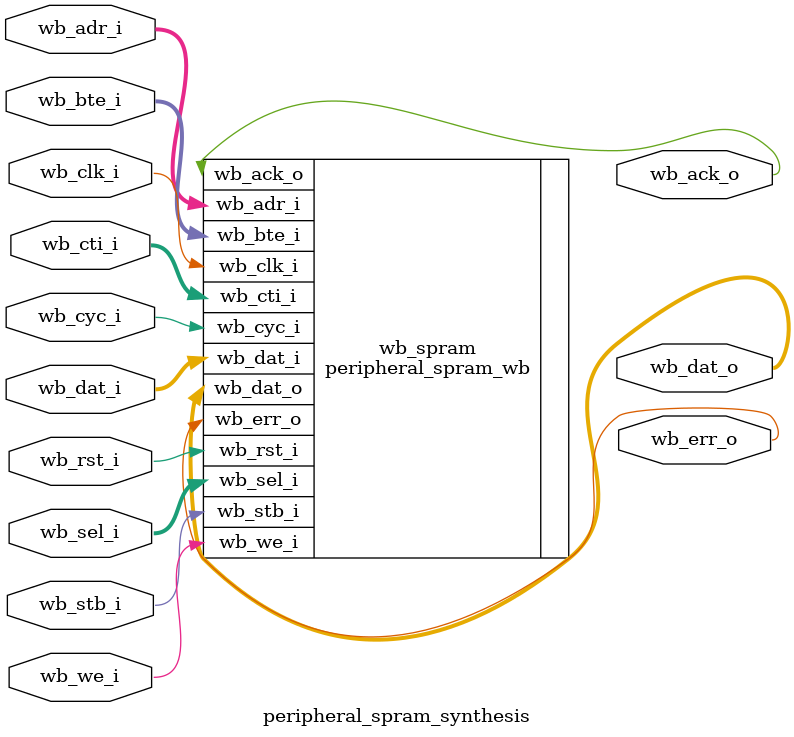
<source format=sv>

module peripheral_spram_synthesis #(
  // Memory parameters
  parameter DEPTH   = 256,
  parameter MEMFILE = "",

  // Wishbone parameters
  parameter DW = 32,
  parameter AW = $clog2(DEPTH)
) (
  input wb_clk_i,
  input wb_rst_i,

  input [AW-1:0] wb_adr_i,
  input [DW-1:0] wb_dat_i,
  input [   3:0] wb_sel_i,
  input          wb_we_i,
  input [   1:0] wb_bte_i,
  input [   2:0] wb_cti_i,
  input          wb_cyc_i,
  input          wb_stb_i,

  output reg          wb_ack_o,
  output              wb_err_o,
  output     [DW-1:0] wb_dat_o
);

  //////////////////////////////////////////////////////////////////////////////
  // Module Body
  //////////////////////////////////////////////////////////////////////////////

  // DUT WB
  peripheral_spram_wb #(
    // Memory parameters
    .DEPTH  (DEPTH),
    .MEMFILE(MEMFILE),

    // Wishbone parameters
    .AW(AW),
    .DW(DW)
  ) wb_spram (
    .wb_clk_i(wb_clk_i),
    .wb_rst_i(wb_rst_i),

    .wb_adr_i(wb_adr_i),
    .wb_dat_i(wb_dat_i),
    .wb_sel_i(wb_sel_i),
    .wb_we_i (wb_we_i),
    .wb_bte_i(wb_bte_i),
    .wb_cti_i(wb_cti_i),
    .wb_cyc_i(wb_cyc_i),
    .wb_stb_i(wb_stb_i),
    .wb_ack_o(wb_ack_o),
    .wb_err_o(wb_err_o),
    .wb_dat_o(wb_dat_o)
  );
endmodule

</source>
